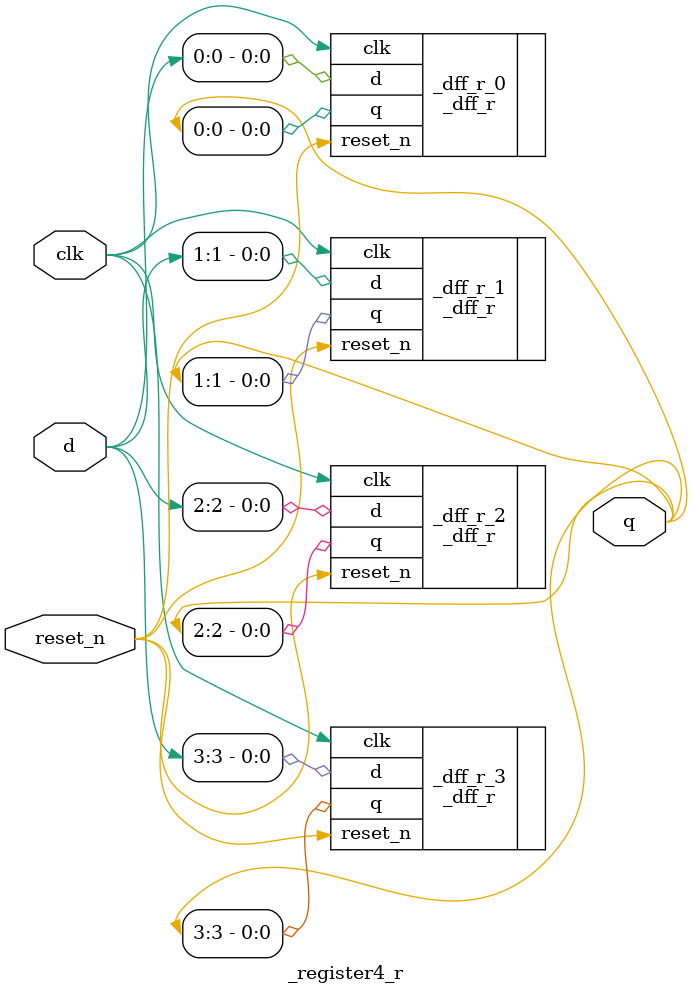
<source format=v>
module _register4_r(clk, d, q, reset_n);
	
	input 	reset_n, clk;	// input ports
	input		[3:0]	d;			// 8bit input port
	output	[3:0]	q;			// 8bit input port
	
	
    _dff_r _dff_r_0(.d(d[0]), .clk(clk), .q(q[0]), .reset_n(reset_n)); // Instance d flip flop with reset
    _dff_r _dff_r_1(.d(d[1]), .clk(clk), .q(q[1]), .reset_n(reset_n)); // Instance d flip flop with reset
    _dff_r _dff_r_2(.d(d[2]), .clk(clk), .q(q[2]), .reset_n(reset_n)); // Instance d flip flop with reset
    _dff_r _dff_r_3(.d(d[3]), .clk(clk), .q(q[3]), .reset_n(reset_n)); // Instance d flip flop with reset
	 
endmodule	// end

</source>
